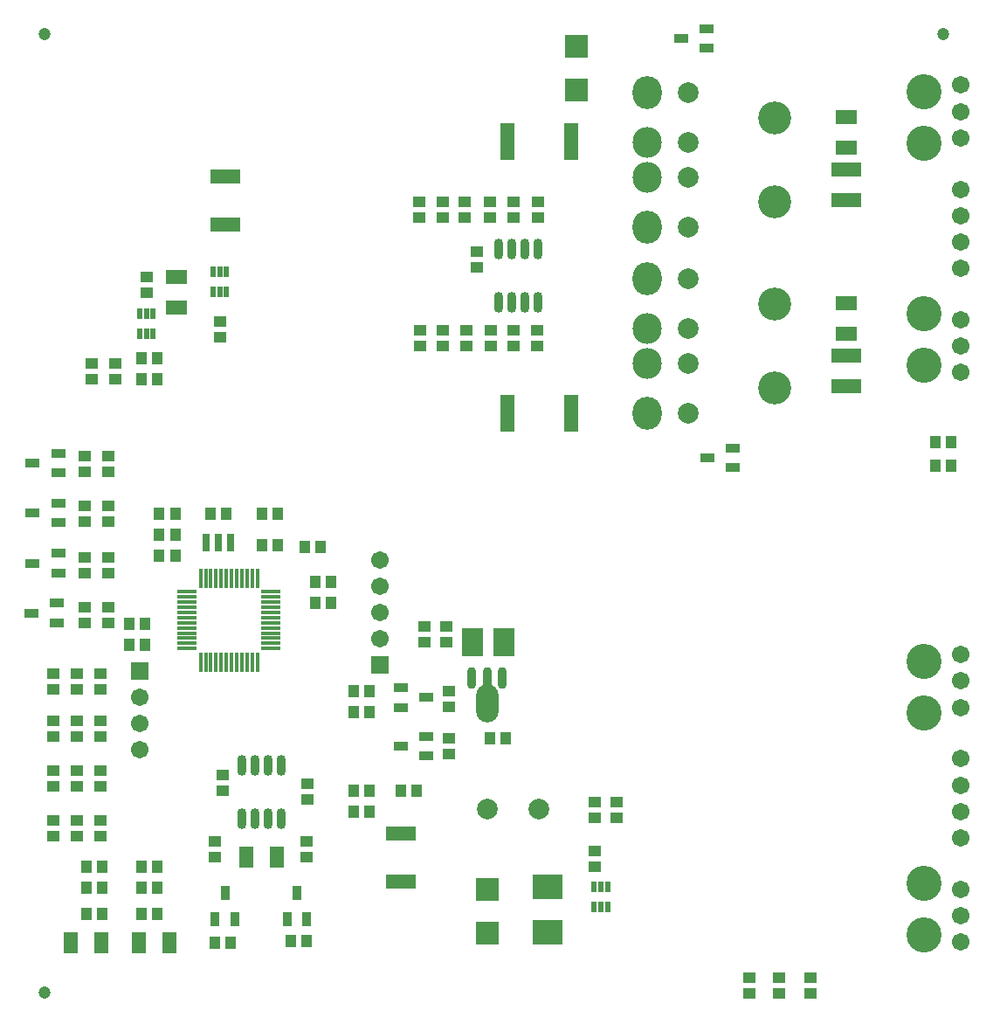
<source format=gts>
%FSLAX25Y25*%
%MOIN*%
G70*
G01*
G75*
G04 Layer_Color=8388736*
%ADD10C,0.01000*%
%ADD11R,0.10799X0.08500*%
%ADD12O,0.02756X0.07480*%
%ADD13O,0.02756X0.08268*%
%ADD14O,0.07874X0.13780*%
%ADD15R,0.07087X0.10236*%
%ADD16R,0.04921X0.02756*%
%ADD17R,0.02756X0.04921*%
%ADD18R,0.07087X0.04449*%
%ADD19R,0.04449X0.07087*%
%ADD20R,0.10512X0.04724*%
%ADD21O,0.02756X0.07087*%
%ADD22R,0.01654X0.03937*%
%ADD23R,0.04921X0.13465*%
%ADD24R,0.03661X0.03858*%
%ADD25R,0.03858X0.03661*%
%ADD26O,0.07087X0.01102*%
%ADD27O,0.01102X0.07087*%
%ADD28R,0.10709X0.04567*%
%ADD29C,0.03937*%
%ADD30R,0.02362X0.05906*%
%ADD31R,0.07874X0.07874*%
%ADD32C,0.03150*%
%ADD33C,0.01969*%
%ADD34C,0.01181*%
%ADD35C,0.04724*%
%ADD36R,0.20500X1.22000*%
%ADD37R,0.44000X0.15500*%
%ADD38R,0.15000X0.07000*%
%ADD39R,0.23000X0.15000*%
%ADD40R,0.25000X0.15000*%
%ADD41C,0.05906*%
%ADD42C,0.12598*%
%ADD43O,0.10236X0.11811*%
%ADD44O,0.10236X0.11024*%
%ADD45C,0.07087*%
%ADD46C,0.11811*%
%ADD47R,0.05906X0.05906*%
%ADD48C,0.03000*%
%ADD49C,0.04000*%
%ADD50C,0.02756*%
%ADD51C,0.01575*%
%ADD52C,0.00984*%
%ADD53C,0.00787*%
%ADD54C,0.00500*%
%ADD55C,0.00600*%
%ADD56R,0.11599X0.09300*%
%ADD57O,0.03556X0.08280*%
%ADD58O,0.03556X0.09068*%
%ADD59O,0.08674X0.14579*%
%ADD60R,0.07887X0.11036*%
%ADD61R,0.05721X0.03556*%
%ADD62R,0.03556X0.05721*%
%ADD63R,0.07887X0.05249*%
%ADD64R,0.05249X0.07887*%
%ADD65R,0.11312X0.05524*%
%ADD66O,0.03556X0.07887*%
%ADD67R,0.02054X0.04337*%
%ADD68R,0.05721X0.14265*%
%ADD69R,0.04461X0.04658*%
%ADD70R,0.04658X0.04461*%
%ADD71O,0.07487X0.01502*%
%ADD72O,0.01502X0.07487*%
%ADD73R,0.11509X0.05367*%
%ADD74C,0.04737*%
%ADD75R,0.03162X0.06706*%
%ADD76R,0.08674X0.08674*%
%ADD77C,0.06706*%
%ADD78C,0.13398*%
%ADD79O,0.11036X0.12611*%
%ADD80O,0.11036X0.11824*%
%ADD81C,0.07887*%
%ADD82C,0.12611*%
%ADD83R,0.06706X0.06706*%
D56*
X222000Y67201D02*
D03*
Y49799D02*
D03*
D57*
X204906Y147000D02*
D03*
X193095D02*
D03*
D58*
X199000Y146606D02*
D03*
D59*
Y137157D02*
D03*
D60*
X205406Y160500D02*
D03*
X193595D02*
D03*
D61*
X273079Y391000D02*
D03*
X282921Y394740D02*
D03*
Y387260D02*
D03*
X283079Y231000D02*
D03*
X292921Y234740D02*
D03*
Y227260D02*
D03*
X25579Y228996D02*
D03*
X35421Y232736D02*
D03*
Y225256D02*
D03*
X25579Y209996D02*
D03*
X35421Y213736D02*
D03*
Y206256D02*
D03*
X25504Y190720D02*
D03*
X35346Y194461D02*
D03*
Y186980D02*
D03*
X25004Y171720D02*
D03*
X34846Y175461D02*
D03*
Y167980D02*
D03*
X166079Y121000D02*
D03*
X175921Y124740D02*
D03*
Y117260D02*
D03*
Y139500D02*
D03*
X166079Y135760D02*
D03*
Y143240D02*
D03*
D62*
X99000Y64921D02*
D03*
X102740Y55079D02*
D03*
X95260D02*
D03*
X126500Y64921D02*
D03*
X130240Y55079D02*
D03*
X122760D02*
D03*
D63*
X336000Y360866D02*
D03*
Y349134D02*
D03*
Y289866D02*
D03*
Y278134D02*
D03*
X80500Y299866D02*
D03*
Y288134D02*
D03*
D64*
X107134Y78500D02*
D03*
X118866D02*
D03*
X51866Y46000D02*
D03*
X40134D02*
D03*
X66134D02*
D03*
X77866D02*
D03*
D65*
X166000Y69287D02*
D03*
Y87713D02*
D03*
X99000Y319787D02*
D03*
Y338213D02*
D03*
D66*
X105500Y93264D02*
D03*
X110500Y93264D02*
D03*
X115500D02*
D03*
X120500Y93264D02*
D03*
X105500Y113736D02*
D03*
X110500Y113736D02*
D03*
X115500D02*
D03*
X120500Y113736D02*
D03*
X218500Y310736D02*
D03*
X213500D02*
D03*
X208500D02*
D03*
X203500D02*
D03*
X218500Y290264D02*
D03*
X213500D02*
D03*
X208500D02*
D03*
X203500D02*
D03*
D67*
X245059Y67339D02*
D03*
X242500D02*
D03*
X239941D02*
D03*
Y59661D02*
D03*
X245059D02*
D03*
X242500D02*
D03*
X94441Y294161D02*
D03*
X97000D02*
D03*
X99559D02*
D03*
Y301839D02*
D03*
X94441D02*
D03*
X97000D02*
D03*
X66441Y278161D02*
D03*
X69000D02*
D03*
X71559D02*
D03*
Y285839D02*
D03*
X66441D02*
D03*
X69000D02*
D03*
D68*
X206795Y351500D02*
D03*
X231205D02*
D03*
Y248000D02*
D03*
X206795D02*
D03*
D69*
X199969Y124000D02*
D03*
X206032D02*
D03*
X62468Y167500D02*
D03*
X68531D02*
D03*
X62469Y159500D02*
D03*
X68532D02*
D03*
X80000Y201500D02*
D03*
X73937D02*
D03*
X94969Y46000D02*
D03*
X101032D02*
D03*
X135532Y197000D02*
D03*
X129469D02*
D03*
X123969Y46500D02*
D03*
X130032D02*
D03*
X112969Y197500D02*
D03*
X119032D02*
D03*
X45969Y75000D02*
D03*
X52032D02*
D03*
X73031D02*
D03*
X66968D02*
D03*
X139532Y183500D02*
D03*
X133469D02*
D03*
X73031Y261000D02*
D03*
X66968D02*
D03*
X172031Y104000D02*
D03*
X165968D02*
D03*
X139532Y175500D02*
D03*
X133469D02*
D03*
X369969Y237000D02*
D03*
X376032D02*
D03*
X369969Y228000D02*
D03*
X376032D02*
D03*
X73937Y193500D02*
D03*
X80000D02*
D03*
X52032Y57000D02*
D03*
X45969D02*
D03*
X66968D02*
D03*
X73031D02*
D03*
X52032Y67000D02*
D03*
X45969D02*
D03*
X66968D02*
D03*
X73031D02*
D03*
X154032Y104000D02*
D03*
X147969D02*
D03*
X147968Y142000D02*
D03*
X154031D02*
D03*
X147968Y134000D02*
D03*
X154031D02*
D03*
X147968Y96000D02*
D03*
X154031D02*
D03*
X66968Y269000D02*
D03*
X73031D02*
D03*
X93468Y209500D02*
D03*
X99531D02*
D03*
X112969D02*
D03*
X119032D02*
D03*
X80000D02*
D03*
X73937D02*
D03*
D70*
X183500Y160469D02*
D03*
Y166532D02*
D03*
X51500Y142469D02*
D03*
Y148531D02*
D03*
Y105468D02*
D03*
Y111531D02*
D03*
X200500Y273469D02*
D03*
Y279532D02*
D03*
X209000D02*
D03*
Y273469D02*
D03*
X51500Y124469D02*
D03*
Y130532D02*
D03*
Y86468D02*
D03*
Y92532D02*
D03*
X98000Y110032D02*
D03*
Y103969D02*
D03*
X200000Y328532D02*
D03*
Y322469D02*
D03*
X209000D02*
D03*
Y328532D02*
D03*
X322500Y26469D02*
D03*
Y32532D02*
D03*
X310500D02*
D03*
Y26469D02*
D03*
X299000D02*
D03*
Y32532D02*
D03*
X195000Y303468D02*
D03*
Y309531D02*
D03*
X54500Y225468D02*
D03*
Y231532D02*
D03*
X54500Y206469D02*
D03*
Y212532D02*
D03*
Y186969D02*
D03*
Y193032D02*
D03*
Y167969D02*
D03*
Y174032D02*
D03*
X45500Y225468D02*
D03*
Y231532D02*
D03*
Y206469D02*
D03*
Y212531D02*
D03*
X45500Y186969D02*
D03*
Y193032D02*
D03*
Y167968D02*
D03*
Y174031D02*
D03*
X33500Y148531D02*
D03*
Y142469D02*
D03*
Y111531D02*
D03*
Y105468D02*
D03*
X182000Y279532D02*
D03*
Y273469D02*
D03*
X42500Y148531D02*
D03*
Y142469D02*
D03*
Y111531D02*
D03*
Y105468D02*
D03*
X130500Y106532D02*
D03*
Y100469D02*
D03*
X95000Y78468D02*
D03*
Y84531D02*
D03*
X191000Y279532D02*
D03*
Y273469D02*
D03*
X173500Y279532D02*
D03*
Y273469D02*
D03*
X130000Y78468D02*
D03*
Y84531D02*
D03*
X218000Y279532D02*
D03*
Y273469D02*
D03*
X33500Y130532D02*
D03*
Y124469D02*
D03*
Y92532D02*
D03*
Y86468D02*
D03*
X42500Y130532D02*
D03*
Y124469D02*
D03*
Y92532D02*
D03*
Y86468D02*
D03*
X182000Y322468D02*
D03*
Y328531D02*
D03*
X190500Y322468D02*
D03*
Y328531D02*
D03*
X173000Y322468D02*
D03*
Y328531D02*
D03*
X218500Y322468D02*
D03*
Y328531D02*
D03*
X184500Y117968D02*
D03*
Y124031D02*
D03*
X248500Y93468D02*
D03*
Y99531D02*
D03*
X184500Y142032D02*
D03*
Y135969D02*
D03*
X240000Y93468D02*
D03*
Y99531D02*
D03*
Y74968D02*
D03*
Y81031D02*
D03*
X57000Y267032D02*
D03*
Y260968D02*
D03*
X48000Y267032D02*
D03*
Y260968D02*
D03*
X97000Y283000D02*
D03*
Y276937D02*
D03*
X69000Y300032D02*
D03*
Y293969D02*
D03*
X175000Y166532D02*
D03*
Y160469D02*
D03*
D71*
X84555Y179827D02*
D03*
Y177858D02*
D03*
Y175890D02*
D03*
Y173921D02*
D03*
Y171953D02*
D03*
Y169984D02*
D03*
Y168016D02*
D03*
Y166047D02*
D03*
Y164079D02*
D03*
Y162110D02*
D03*
Y160142D02*
D03*
Y158173D02*
D03*
X116445D02*
D03*
Y160142D02*
D03*
Y162110D02*
D03*
Y164079D02*
D03*
Y166047D02*
D03*
Y168016D02*
D03*
Y169984D02*
D03*
Y171953D02*
D03*
Y173921D02*
D03*
Y175890D02*
D03*
Y177858D02*
D03*
Y179827D02*
D03*
D72*
X89673Y153055D02*
D03*
X91642D02*
D03*
X93610D02*
D03*
X95579D02*
D03*
X97547D02*
D03*
X99516D02*
D03*
X101484D02*
D03*
X103453D02*
D03*
X105421D02*
D03*
X107390D02*
D03*
X109358D02*
D03*
X111327D02*
D03*
Y184945D02*
D03*
X109358D02*
D03*
X107390D02*
D03*
X105421D02*
D03*
X103453D02*
D03*
X101484D02*
D03*
X99516D02*
D03*
X97547D02*
D03*
X95579D02*
D03*
X93610D02*
D03*
X91642D02*
D03*
X89673D02*
D03*
D73*
X336000Y329193D02*
D03*
Y340807D02*
D03*
Y258193D02*
D03*
Y269807D02*
D03*
D74*
X30000Y27000D02*
D03*
Y392500D02*
D03*
X373000D02*
D03*
D75*
X91776Y198500D02*
D03*
X101224D02*
D03*
X96500D02*
D03*
D76*
X233000Y371232D02*
D03*
Y387768D02*
D03*
X199000Y49732D02*
D03*
Y66268D02*
D03*
D77*
X379921Y373169D02*
D03*
Y363091D02*
D03*
Y353012D02*
D03*
Y333425D02*
D03*
Y323346D02*
D03*
Y313268D02*
D03*
Y303189D02*
D03*
Y283602D02*
D03*
Y273524D02*
D03*
Y263445D02*
D03*
Y46122D02*
D03*
Y56201D02*
D03*
Y66280D02*
D03*
Y85866D02*
D03*
Y95945D02*
D03*
Y106024D02*
D03*
Y116102D02*
D03*
Y135689D02*
D03*
Y145768D02*
D03*
Y155846D02*
D03*
X158000Y192000D02*
D03*
Y182000D02*
D03*
Y172000D02*
D03*
Y162000D02*
D03*
X66500Y139500D02*
D03*
Y129500D02*
D03*
Y119500D02*
D03*
D78*
X365748Y285827D02*
D03*
Y266142D02*
D03*
Y350787D02*
D03*
Y370472D02*
D03*
Y153150D02*
D03*
Y133465D02*
D03*
Y48819D02*
D03*
Y68504D02*
D03*
D79*
X260000Y248000D02*
D03*
Y299181D02*
D03*
Y370181D02*
D03*
Y319000D02*
D03*
D80*
Y266898D02*
D03*
Y280283D02*
D03*
Y351283D02*
D03*
Y337898D02*
D03*
D81*
X275748Y299181D02*
D03*
Y280283D02*
D03*
Y248000D02*
D03*
Y266898D02*
D03*
Y337898D02*
D03*
Y319000D02*
D03*
Y351283D02*
D03*
Y370181D02*
D03*
X199157Y97000D02*
D03*
X218843D02*
D03*
D82*
X308819Y289732D02*
D03*
Y257449D02*
D03*
Y328449D02*
D03*
Y360732D02*
D03*
D83*
X158000Y152000D02*
D03*
X66500Y149500D02*
D03*
M02*

</source>
